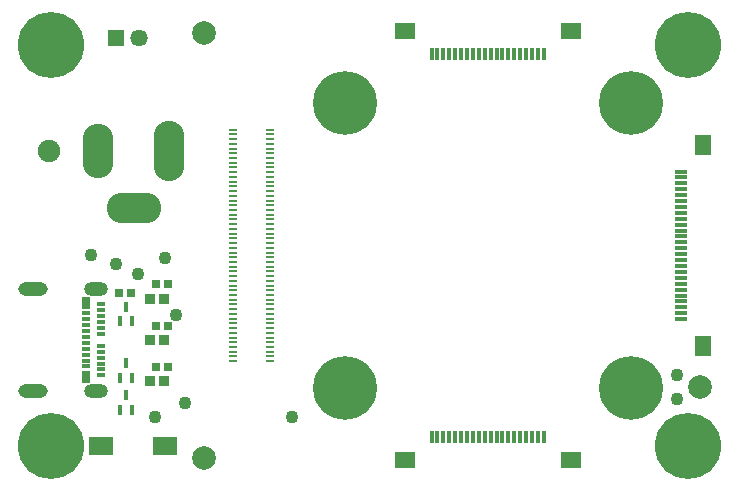
<source format=gts>
G04*
G04 #@! TF.GenerationSoftware,Altium Limited,Altium Designer,19.1.8 (144)*
G04*
G04 Layer_Color=8388736*
%FSLAX44Y44*%
%MOMM*%
G71*
G01*
G75*
%ADD29C,1.1016*%
%ADD30R,0.6516X0.7516*%
%ADD31R,0.4016X0.8116*%
%ADD32R,0.8000X0.4000*%
%ADD33R,0.8000X1.1000*%
%ADD34R,0.4016X1.1016*%
%ADD35R,1.7516X1.4016*%
%ADD36R,1.1016X0.4016*%
%ADD37R,1.4016X1.7516*%
%ADD38R,0.8016X0.2816*%
%ADD39C,2.0000*%
%ADD40R,0.9016X0.9016*%
%ADD41R,2.1016X1.6016*%
%ADD42C,5.4000*%
%ADD43C,5.6016*%
%ADD44O,2.0000X1.2000*%
%ADD45O,2.5000X1.2000*%
%ADD46C,1.4696*%
%ADD47R,1.4696X1.4696*%
%ADD48C,1.9016*%
%ADD49O,2.6000X4.6000*%
%ADD50O,2.6000X5.1000*%
%ADD51O,4.6000X2.6000*%
%ADD52C,0.6080*%
D29*
X103652Y175907D02*
D03*
X85000Y184000D02*
D03*
X126612Y189609D02*
D03*
X136000Y141000D02*
D03*
X63901Y191901D02*
D03*
X144000Y67000D02*
D03*
X118000Y55000D02*
D03*
X560000Y70000D02*
D03*
Y90000D02*
D03*
X234316Y54738D02*
D03*
D30*
X119000Y97000D02*
D03*
X129000D02*
D03*
X98000Y160000D02*
D03*
X88000D02*
D03*
X119000Y132000D02*
D03*
X129000D02*
D03*
X119000Y167000D02*
D03*
X129000D02*
D03*
D31*
X94000Y100100D02*
D03*
X99000Y87900D02*
D03*
X89000D02*
D03*
X94000Y148100D02*
D03*
X99000Y135900D02*
D03*
X89000D02*
D03*
X94000Y73100D02*
D03*
X99000Y60900D02*
D03*
X89000D02*
D03*
D32*
X59500Y97500D02*
D03*
Y102500D02*
D03*
X72500Y150000D02*
D03*
Y145000D02*
D03*
Y140000D02*
D03*
Y135000D02*
D03*
Y130000D02*
D03*
Y125000D02*
D03*
Y115000D02*
D03*
Y110000D02*
D03*
Y105000D02*
D03*
Y100000D02*
D03*
Y95000D02*
D03*
Y90000D02*
D03*
X59500Y107500D02*
D03*
Y112500D02*
D03*
Y117500D02*
D03*
Y122500D02*
D03*
Y127500D02*
D03*
Y132500D02*
D03*
Y137500D02*
D03*
Y142500D02*
D03*
D33*
Y89000D02*
D03*
Y151000D02*
D03*
D34*
X352500Y37500D02*
D03*
X357500D02*
D03*
X362500D02*
D03*
X367500D02*
D03*
X372500D02*
D03*
X377500D02*
D03*
X382500D02*
D03*
X387500D02*
D03*
X392500D02*
D03*
X397500D02*
D03*
X402500D02*
D03*
X407500D02*
D03*
X412500D02*
D03*
X417500D02*
D03*
X422500D02*
D03*
X427500D02*
D03*
X432500D02*
D03*
X437500D02*
D03*
X442500D02*
D03*
X447500D02*
D03*
X447500Y362500D02*
D03*
X442500D02*
D03*
X437500D02*
D03*
X432500D02*
D03*
X427500D02*
D03*
X422500D02*
D03*
X417500D02*
D03*
X412500D02*
D03*
X407500D02*
D03*
X402500D02*
D03*
X397500D02*
D03*
X392500D02*
D03*
X387500D02*
D03*
X382500D02*
D03*
X377500D02*
D03*
X372500D02*
D03*
X367500D02*
D03*
X362500D02*
D03*
X357500D02*
D03*
X352500D02*
D03*
D35*
X470250Y18500D02*
D03*
X329750D02*
D03*
X329750Y381500D02*
D03*
X470250D02*
D03*
D36*
X563280Y142594D02*
D03*
Y152594D02*
D03*
Y147594D02*
D03*
Y162594D02*
D03*
Y172594D02*
D03*
Y167594D02*
D03*
Y182594D02*
D03*
Y187594D02*
D03*
Y192594D02*
D03*
Y207594D02*
D03*
Y217594D02*
D03*
Y212594D02*
D03*
Y227594D02*
D03*
Y237594D02*
D03*
Y232594D02*
D03*
Y247594D02*
D03*
Y257594D02*
D03*
Y252594D02*
D03*
Y137594D02*
D03*
Y157594D02*
D03*
Y177594D02*
D03*
Y197594D02*
D03*
Y202594D02*
D03*
Y222594D02*
D03*
Y242594D02*
D03*
Y262594D02*
D03*
D37*
X582280Y285344D02*
D03*
Y114844D02*
D03*
D38*
X184600Y102000D02*
D03*
Y106000D02*
D03*
Y110000D02*
D03*
Y114000D02*
D03*
Y118000D02*
D03*
Y122000D02*
D03*
Y126000D02*
D03*
Y130000D02*
D03*
Y134000D02*
D03*
Y138000D02*
D03*
Y142000D02*
D03*
Y146000D02*
D03*
Y150000D02*
D03*
Y154000D02*
D03*
Y158000D02*
D03*
Y162000D02*
D03*
Y166000D02*
D03*
Y170000D02*
D03*
Y174000D02*
D03*
Y178000D02*
D03*
Y182000D02*
D03*
Y186000D02*
D03*
Y190000D02*
D03*
Y194000D02*
D03*
Y198000D02*
D03*
Y202000D02*
D03*
Y206000D02*
D03*
Y210000D02*
D03*
Y214000D02*
D03*
Y218000D02*
D03*
Y222000D02*
D03*
Y226000D02*
D03*
Y230000D02*
D03*
Y234000D02*
D03*
Y238000D02*
D03*
Y242000D02*
D03*
Y246000D02*
D03*
Y250000D02*
D03*
Y254000D02*
D03*
Y258000D02*
D03*
Y262000D02*
D03*
Y266000D02*
D03*
Y270000D02*
D03*
Y274000D02*
D03*
Y278000D02*
D03*
Y282000D02*
D03*
Y286000D02*
D03*
Y290000D02*
D03*
Y294000D02*
D03*
Y298000D02*
D03*
X215400Y102000D02*
D03*
Y106000D02*
D03*
Y110000D02*
D03*
Y114000D02*
D03*
Y118000D02*
D03*
Y122000D02*
D03*
Y126000D02*
D03*
Y130000D02*
D03*
Y134000D02*
D03*
Y138000D02*
D03*
Y142000D02*
D03*
Y146000D02*
D03*
Y150000D02*
D03*
Y154000D02*
D03*
Y158000D02*
D03*
Y162000D02*
D03*
Y166000D02*
D03*
Y170000D02*
D03*
Y174000D02*
D03*
Y178000D02*
D03*
Y182000D02*
D03*
Y186000D02*
D03*
Y190000D02*
D03*
Y194000D02*
D03*
Y198000D02*
D03*
Y202000D02*
D03*
Y206000D02*
D03*
Y210000D02*
D03*
Y214000D02*
D03*
Y218000D02*
D03*
Y222000D02*
D03*
Y226000D02*
D03*
Y230000D02*
D03*
Y234000D02*
D03*
Y238000D02*
D03*
Y242000D02*
D03*
Y246000D02*
D03*
Y250000D02*
D03*
Y254000D02*
D03*
Y258000D02*
D03*
Y262000D02*
D03*
Y266000D02*
D03*
Y270000D02*
D03*
Y274000D02*
D03*
Y278000D02*
D03*
Y282000D02*
D03*
Y286000D02*
D03*
Y290000D02*
D03*
Y294000D02*
D03*
Y298000D02*
D03*
D39*
X580000Y80000D02*
D03*
X160000Y380000D02*
D03*
Y20000D02*
D03*
D40*
X126250Y85000D02*
D03*
X113750D02*
D03*
X126250Y120000D02*
D03*
X113750D02*
D03*
X126250Y155000D02*
D03*
X113750D02*
D03*
D41*
X73000Y30000D02*
D03*
X127000D02*
D03*
D42*
X279000Y79000D02*
D03*
X521000Y321000D02*
D03*
X279000D02*
D03*
X521000Y79000D02*
D03*
D43*
X570000Y370000D02*
D03*
Y30000D02*
D03*
X30000Y370000D02*
D03*
Y30000D02*
D03*
D44*
X68400Y163200D02*
D03*
Y76800D02*
D03*
D45*
X14800Y163200D02*
D03*
Y76800D02*
D03*
D46*
X105000Y375500D02*
D03*
D47*
X85000D02*
D03*
D48*
X28500Y280000D02*
D03*
D49*
X70250Y280000D02*
D03*
D50*
X130250Y280000D02*
D03*
D51*
X100500Y231750D02*
D03*
D52*
X299750Y79000D02*
D03*
X258250D02*
D03*
X279000Y58250D02*
D03*
Y99750D02*
D03*
X541750Y321000D02*
D03*
X500250D02*
D03*
X521000Y300250D02*
D03*
Y341750D02*
D03*
X299750Y321000D02*
D03*
X258250D02*
D03*
X279000Y300250D02*
D03*
Y341750D02*
D03*
X541750Y79000D02*
D03*
X500250D02*
D03*
X521000Y58250D02*
D03*
Y99750D02*
D03*
M02*

</source>
